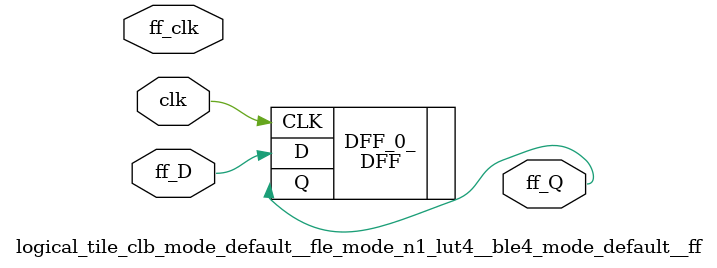
<source format=v>
`default_nettype none

module logical_tile_clb_mode_default__fle_mode_n1_lut4__ble4_mode_default__ff(clk,
                                                                              ff_D,
                                                                              ff_Q,
                                                                              ff_clk);
//----- GLOBAL PORTS -----
input [0:0] clk;
//----- INPUT PORTS -----
input [0:0] ff_D;
//----- OUTPUT PORTS -----
output [0:0] ff_Q;
//----- CLOCK PORTS -----
input [0:0] ff_clk;

//----- BEGIN wire-connection ports -----
wire [0:0] ff_D;
wire [0:0] ff_Q;
wire [0:0] ff_clk;
//----- END wire-connection ports -----


//----- BEGIN Registered ports -----
//----- END Registered ports -----



// ----- BEGIN Local short connections -----
// ----- END Local short connections -----
// ----- BEGIN Local output short connections -----
// ----- END Local output short connections -----

	DFF DFF_0_ (
		.CLK(clk),
		.D(ff_D),
		.Q(ff_Q));

endmodule
// ----- END Verilog module for logical_tile_clb_mode_default__fle_mode_n1_lut4__ble4_mode_default__ff -----

//----- Default net type -----
`default_nettype wire




</source>
